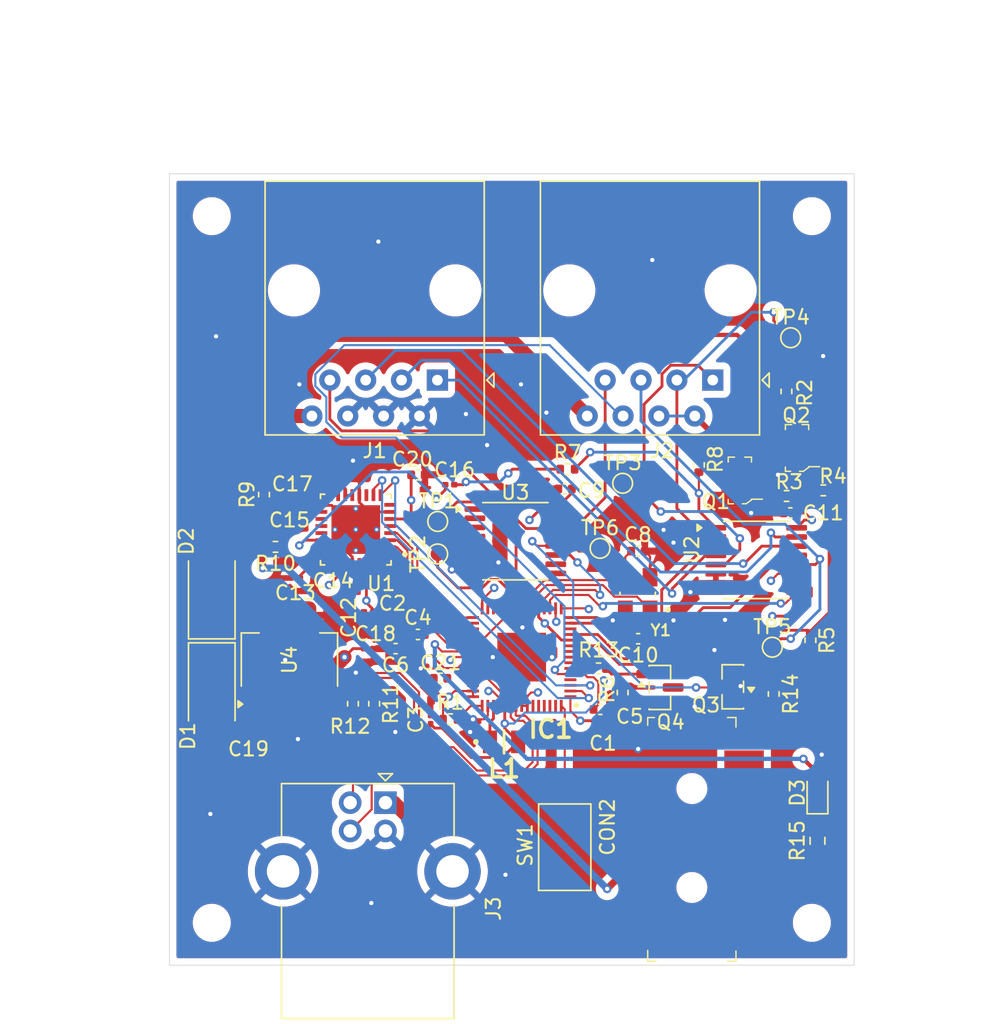
<source format=kicad_pcb>
(kicad_pcb (version 20241229) (generator "pcbnew") (generator_version "9.0")
  (layers (0 "F.Cu" signal) (4 "In1.Cu" signal) (6 "In2.Cu" signal) (2 "B.Cu" signal) (13 "F.Paste" user) (15 "B.Paste" user) (5 "F.SilkS" user "F.Silkscreen") (7 "B.SilkS" user "B.Silkscreen") (1 "F.Mask" user) (3 "B.Mask" user) (25 "Edge.Cuts" user))
  (net 0 "")
  (net 1 "+3V3")
  (net 2 "GND")
  (net 3 "/DVDD")
  (net 4 "/XOUT")
  (net 5 "/XIN")
  (net 6 "Net-(U1-AVDD)")
  (net 7 "Net-(U1-DVDD)")
  (net 8 "Net-(U1-REF)")
  (net 9 "/LOL")
  (net 10 "Net-(C16-Pad2)")
  (net 11 "Net-(C17-Pad2)")
  (net 12 "/IN_AUDIO")
  (net 13 "+5V")
  (net 14 "/PWR")
  (net 15 "+8V")
  (net 16 "/MCLK")
  (net 17 "/USB_D+")
  (net 19 "Net-(IC1-VREG_LX)")
  (net 22 "/SCL")
  (net 23 "/QSPI_SS")
  (net 24 "/MCU_DN")
  (net 25 "/SDA")
  (net 27 "/S4")
  (net 28 "Net-(IC1-VREG_AVDD)")
  (net 30 "Net-(Q4-B)")
  (net 31 "Net-(IC1-SWCLK)")
  (net 32 "/USB_D-")
  (net 34 "/S3")
  (net 35 "/DOUT")
  (net 36 "/MCU_UP")
  (net 38 "/S2")
  (net 41 "/PTT_MCU")
  (net 43 "/DATA_MCU")
  (net 44 "/DIN")
  (net 45 "/WCLK")
  (net 47 "/S1")
  (net 51 "Net-(IC1-SWDIO)")
  (net 54 "/BCLK")
  (net 55 "/PTT_RADIO")
  (net 56 "/MIC_UD_RADIO")
  (net 57 "/MIC_RADIO")
  (net 58 "/DATA_RADIO")
  (net 59 "/PTT_H")
  (net 60 "/H_GND")
  (net 61 "/MIC_H")
  (net 62 "/MIC_UD_H")
  (net 63 "/DATA_H")
  (net 64 "/M8V_SW_H")
  (net 65 "Net-(J3-D+)")
  (net 66 "Net-(J3-D-)")
  (net 67 "Net-(Q1-G)")
  (net 68 "Net-(Q2-D)")
  (net 69 "Net-(Q2-G)")
  (net 70 "Net-(Q4-E)")
  (net 71 "/8V_CTRL")
  (net 72 "/MIC_MCU")
  (net 73 "/MIC_UD_MCU")
  (net 86 "/RESET")
  (net 94 "Net-(CON2-R)")
  (net 95 "Net-(Q3-B)")
  (net 96 "Net-(D3-K)")
  (net 97 "/LED")
  (footprint "Capacitor_SMD:C_0201_0603Metric" (layer "F.Cu") (at 18.2 51.4)
    (property "Reference" "C19")
    (property "Value" "1uF")
  )
  (footprint "Capacitor_SMD:C_0201_0603Metric" (layer "F.Cu") (at 25 41.6)
    (property "Reference" "C14")
    (property "Value" "4.7uF")
  )
  (footprint "Connector_RJ:RJ45_Amphenol_54602-x08_Horizontal" (layer "F.Cu") (at 50.48 26.6 180)
    (property "Reference" "J2")
    (property "Value" "RJ45")
  )
  (footprint "Capacitor_SMD:C_0402_1005Metric" (layer "F.Cu") (at 40.02 34.3)
    (property "Reference" "C9")
    (property "Value" "0.1uF")
  )
  (footprint "Package_SO:TSSOP-16_4.4x5mm_P0.65mm" (layer "F.Cu") (at 36.5 38)
    (property "Reference" "U3")
    (property "Value" "CD4053B")
  )
  (footprint "MountingHole:MountingHole_2.2mm_M2_ISO14580" (layer "F.Cu") (at 15 15)
    (property "Reference" "REF**" (hide yes))
    (property "Value" "MountingHole_2.2mm_M2_ISO14580")
  )
  (footprint "TestPoint:TestPoint_Pad_D1.0mm" (layer "F.Cu") (at 44.1 33.9)
    (property "Reference" "TP3")
    (property "Value" "TestPoint")
  )
  (footprint "Capacitor_SMD:C_0201_0603Metric" (layer "F.Cu") (at 28.2 43.755 90)
    (property "Reference" "C2")
    (property "Value" "4.7uF")
  )
  (footprint "Capacitor_SMD:C_0402_1005Metric" (layer "F.Cu") (at 28.02 45.6 180)
    (property "Reference" "C6")
    (property "Value" "0.1uF")
  )
  (footprint "Capacitor_SMD:C_0201_0603Metric" (layer "F.Cu") (at 42.7 51.2)
    (property "Reference" "C1")
    (property "Value" "4.7uF")
  )
  (footprint "Resistor_SMD:R_0402_1005Metric" (layer "F.Cu") (at 18.7 34.7 -90)
    (property "Reference" "R9")
    (property "Value" "10k")
  )
  (footprint "MountingHole:MountingHole_2.2mm_M2_ISO14580" (layer "F.Cu") (at 57.5 15)
    (property "Reference" "REF**" (hide yes))
    (property "Value" "MountingHole_2.2mm_M2_ISO14580")
  )
  (footprint "Resistor_SMD:R_0402_1005Metric" (layer "F.Cu") (at 54.8 48.81 90)
    (property "Reference" "R14")
    (property "Value" "10k")
  )
  (footprint "Resistor_SMD:R_0402_1005Metric" (layer "F.Cu") (at 44.1 48.71 90)
    (property "Reference" "R6")
    (property "Value" "470")
  )
  (footprint "Resistor_SMD:R_0402_1005Metric" (layer "F.Cu") (at 19.51 38.4 180)
    (property "Reference" "R10")
    (property "Value" "1k")
  )
  (footprint "digikey-footprints:Switch_Slide_11.6x4mm_SJ-3523-SMT" (layer "F.Cu") (at 49 61.6 90)
    (property "Reference" "CON2")
    (property "Value" "SJ-3523-SMT-TR")
  )
  (footprint "Capacitor_SMD:C_0201_0603Metric" (layer "F.Cu") (at 31.855 34)
    (property "Reference" "C16")
    (property "Value" "4.7uF")
  )
  (footprint "TestPoint:TestPoint_Pad_D1.0mm" (layer "F.Cu") (at 31 38.9)
    (property "Reference" "TP2")
    (property "Value" "TestPoint")
  )
  (footprint "Package_SO:TSSOP-16_4.4x5mm_P0.65mm" (layer "F.Cu") (at 53.5625 39.325)
    (property "Reference" "U2")
    (property "Value" "CD4053B")
  )
  (footprint "Diode_SMD:D_SMA" (layer "F.Cu") (at 15 48.7 -90)
    (property "Reference" "D1")
    (property "Value" "SS14")
  )
  (footprint "Resistor_SMD:R_0603_1608Metric" (layer "F.Cu") (at 57.9 59.2 90)
    (property "Reference" "R15")
    (property "Value" "220")
  )
  (footprint "Capacitor_SMD:C_0402_1005Metric" (layer "F.Cu") (at 55.98 36 180)
    (property "Reference" "C11")
    (property "Value" "0.1uF")
  )
  (footprint "Resistor_SMD:R_0402_1005Metric" (layer "F.Cu") (at 55.7 27.4 90)
    (property "Reference" "R2")
    (property "Value" "10k")
  )
  (footprint "Capacitor_SMD:C_0201_0603Metric" (layer "F.Cu") (at 20.92 40.6 180)
    (property "Reference" "C13")
    (property "Value" "4.7uF")
  )
  (footprint "Package_TO_SOT_SMD:SOT-223-3_TabPin2" (layer "F.Cu") (at 20.5 46.4 90)
    (property "Reference" "U4")
    (property "Value" "MCP1703Ax-330xxDB")
  )
  (footprint "MountingHole:MountingHole_2.2mm_M2_ISO14580" (layer "F.Cu") (at 57.5 65)
    (property "Reference" "REF**" (hide yes))
    (property "Value" "MountingHole_2.2mm_M2_ISO14580")
  )
  (footprint "TestPoint:TestPoint_Pad_D1.0mm" (layer "F.Cu") (at 54.7 45.5)
    (property "Reference" "TP5")
    (property "Value" "TestPoint")
  )
  (footprint "Capacitor_SMD:C_0402_1005Metric" (layer "F.Cu") (at 29.6 44.6 180)
    (property "Reference" "C4")
    (property "Value" "0.1uF")
  )
  (footprint "Connector_RJ:RJ45_Amphenol_54602-x08_Horizontal" (layer "F.Cu") (at 30.98 26.6 180)
    (property "Reference" "J1")
    (property "Value" "RJ45")
  )
  (footprint "KiCadpretty:QFN40P700X700X90-61N-D" (layer "F.Cu") (at 36.95 46.2 180)
    (property "Reference" "IC1")
    (property "Value" "RP2354" (hide yes))
  )
  (footprint "Resistor_SMD:R_0402_1005Metric" (layer "F.Cu") (at 42.4 47 180)
    (property "Reference" "R13")
    (property "Value" "10k")
  )
  (footprint "Package_TO_SOT_SMD:SOT-23" (layer "F.Cu") (at 51.9 48.3 180)
    (property "Reference" "Q3")
    (property "Value" "MMBT3904")
  )
  (footprint "Resistor_SMD:R_0402_1005Metric" (layer "F.Cu") (at 57.4 45.01 -90)
    (property "Reference" "R5")
    (property "Value" "10k")
  )
  (footprint "Button_Switch_SMD:SW_SPST_CK_RS282G05A3" (layer "F.Cu") (at 40 59.65 -90)
    (property "Reference" "SW1")
    (property "Value" "SW_SPST")
  )
  (footprint "Resistor_SMD:R_0402_1005Metric" (layer "F.Cu") (at 25 49.5 -90)
    (property "Reference" "R12")
    (property "Value" "22")
  )
  (footprint "Resistor_SMD:R_0402_1005Metric" (layer "F.Cu") (at 40.19 32.9)
    (property "Reference" "R7")
    (property "Value" "10k")
  )
  (footprint "Diode_SMD:D_SMA" (layer "F.Cu") (at 15 41.4 90)
    (property "Reference" "D2")
    (property "Value" "SS14")
  )
  (footprint "Resistor_SMD:R_0402_1005Metric" (layer "F.Cu") (at 31.89 50.6 180)
    (property "Reference" "R1")
    (property "Value" "33")
  )
  (footprint "KiCadpretty:QFN50P500X500X100-33N" (layer "F.Cu") (at 25.2 37.175 180)
    (property "Reference" "U1")
    (property "Value" "TLV320AIC3204IRHBR")
  )
  (footprint "Capacitor_SMD:C_0402_1005Metric" (layer "F.Cu") (at 31.2 47.7)
    (property "Reference" "C21")
    (property "Value" "0.1uF")
  )
  (footprint "Capacitor_SMD:C_0201_0603Metric" (layer "F.Cu") (at 20.48 35.5)
    (property "Reference" "C15")
    (property "Value" "4.7uF")
  )
  (footprint "Connector_USB:USB_B_Lumberg_2411_02_Horizontal" (layer "F.Cu") (at 27.3 56.5 -90)
    (property "Reference" "J3")
    (property "Value" "USB_B")
  )
  (footprint "Resistor_SMD:R_0402_1005Metric" (layer "F.Cu") (at 26.5 49.5 -90)
    (property "Reference" "R11")
    (property "Value" "22")
  )
  (footprint "Capacitor_SMD:C_0201_0603Metric" (layer "F.Cu") (at 30.5 50.62 90)
    (property "Reference" "C3")
    (property "Value" "4.7uF")
  )
  (footprint "TestPoint:TestPoint_Pad_D1.0mm" (layer "F.Cu") (at 56 23.6)
    (property "Reference" "TP4")
    (property "Value" "TestPoint")
  )
  (footprint "Resistor_SMD:R_0402_1005Metric" (layer "F.Cu") (at 58.31 34.4 180)
    (property "Reference" "R4")
    (property "Value" "1k")
  )
  (footprint "TestPoint:TestPoint_Pad_D1.0mm" (layer "F.Cu") (at 31 36.6)
    (property "Reference" "TP1")
    (property "Value" "TestPoint")
  )
  (footprint "footprints:XTAL_ABM8-272-T3" (layer "F.Cu") (at 45.165 41.7 180)
    (property "Reference" "Y1")
    (property "Value" "ABM8-272-T3")
  )
  (footprint "MountingHole:MountingHole_2.2mm_M2_ISO14580" (layer "F.Cu") (at 15 65)
    (property "Reference" "REF**" (hide yes))
    (property "Value" "MountingHole_2.2mm_M2_ISO14580")
  )
  (footprint "Resistor_SMD:R_0402_1005Metric" (layer "F.Cu") (at 55.71 34.8 180)
    (property "Reference" "R3")
    (property "Value" "1k")
  )
  (footprint "Capacitor_SMD:C_0402_1005Metric" (layer "F.Cu") (at 29.6 33.3)
    (property "Reference" "C20")
    (property "Value" "0.1uF")
  )
  (footprint "Capacitor_SMD:C_0201_0603Metric" (layer "F.Cu") (at 20.4 32.9 180)
    (property "Reference" "C17")
    (property "Value" "4.7uF")
  )
  (footprint "Capacitor_SMD:C_0201_0603Metric" (layer "F.Cu") (at 26.1 43 180)
    (property "Reference" "C12")
    (property "Value" "4.7uF")
  )
  (footprint "Resistor_SMD:R_0402_1005Metric" (layer "F.Cu") (at 49.5 32.6 -90)
    (property "Reference" "R8")
    (property "Value" "1k")
  )
  (footprint "footprints:AOTAB201610S3R3101T" (layer "F.Cu") (at 35.7 52.2)
    (property "Reference" "L1")
    (property "Value" "3.3uH" (hide yes))
  )
  (footprint "Capacitor_SMD:C_0402_1005Metric" (layer "F.Cu") (at 45.18 38.7)
    (property "Reference" "C8")
    (property "Value" "10pF")
  )
  (footprint "digikey-footprints:SOT-23-3" (layer "F.Cu") (at 52.4 33.7 180)
    (property "Reference" "Q1")
    (property "Value" "AO3401A")
  )
  (footprint "Capacitor_SMD:C_0402_1005Metric" (layer "F.Cu") (at 42.52 49.9)
    (property "Reference" "C5")
    (property "Value" "0.1uF")
  )
  (footprint "Capacitor_SMD:C_0402_1005Metric" (layer "F.Cu") (at 45.2 44.9 180)
    (property "Reference" "C10")
    (property "Value" "10pF")
  )
  (footprint "digikey-footprints:SOT-23-3" (layer "F.Cu") (at 56.45 31.4 180)
    (property "Reference" "Q2")
    (property "Value" "2N7002")
  )
  (footprint "Package_TO_SOT_SMD:SOT-23" (layer "F.Cu") (at 46.7375 48.35)
    (property "Reference" "Q4")
    (property "Value" "MMBT3904")
  )
  (footprint "LED_SMD:LED_0603_1608Metric" (layer "F.Cu") (at 57.9 55.8 90)
    (property "Reference" "D3")
    (property "Value" "LED")
  )
  (footprint "TestPoint:TestPoint_Pad_D1.0mm" (layer "F.Cu") (at 42.5 38.5)
    (property "Reference" "TP6")
    (property "Value" "TestPoint")
  )
  (footprint "Capacitor_SMD:C_0201_0603Metric" (layer "F.Cu") (at 26.12 45.6)
    (property "Reference" "C18")
    (property "Value" "1uF")
  )
  (gr_rect (start 12 12) (end 60.5 68) (stroke (width 0.05)) (fill no) (layer "Edge.Cuts"))
  (segment (start 25.8 45.6) (end 25 45.6) (width 0.2) (layer "F.Cu") (net 1))
  (segment (start 41.1 50.7) (end 41.88 50.7) (width 0.2) (layer "F.Cu") (net 1))
  (segment (start 56.975 36.5) (end 57.5 36.5) (width 0.2) (layer "F.Cu") (net 1))
  (segment (start 40.4 49) (end 40.4 50) (width 0.15) (layer "F.Cu") (net 1))
  (segment (start 41.88 50.7) (end 42.38 51.2) (width 0.2) (layer "F.Cu") (net 1))
  (segment (start 40.4 45) (end 39.775 45) (width 0.2) (layer "F.Cu") (net 1))
  (segment (start 40.4 50) (end 41.1 50.7) (width 0.15) (layer "F.Cu") (net 1))
  (segment (start 38.5875 43.8125) (end 38.15 43.375) (width 0.2) (layer "F.Cu") (net 1))
  (segment (start 35.326 49.045388) (end 34.880612 48.6) (width 0.15) (layer "F.Cu") (net 1))
  (segment (start 29.12 36.1471) (end 29.12 35.1) (width 0.2) (layer "F.Cu") (net 1))
  (segment (start 31.38 49.42) (end 31.8 49) (width 0.15) (layer "F.Cu") (net 1))
  (segment (start 33.5 48.6) (end 32.2 48.6) (width 0.15) (layer "F.Cu") (net 1))
  (segment (start 37.35 48.973) (end 37.623 48.7) (width 0.15) (layer "F.Cu") (net 1))
  (segment (start 36.95 49.65) (end 37.35 49.65) (width 0.15) (layer "F.Cu") (net 1))
  (segment (start 39.3625 35.725) (end 38.275 35.725) (width 0.2) (layer "F.Cu") (net 1))
  (segment (start 31.8 49) (end 31.3 49) (width 0.15) (layer "F.Cu") (net 1))
  (segment (start 37.35 49.65) (end 37.35 48.973) (width 0.15) (layer "F.Cu") (net 1))
  (segment (start 39.775 45) (end 38.5875 43.8125) (width 0.2) (layer "F.Cu") (net 1))
  (segment (start 27.635 36.425) (end 28.8421 36.425) (width 0.2) (layer "F.Cu") (net 1))
  (segment (start 40.5 34.3) (end 40.5 34.5875) (width 0.2) (layer "F.Cu") (net 1))
  (segment (start 31.3 49) (end 30.72 48.42) (width 0.15) (layer "F.Cu") (net 1))
  (segment (start 26.42 43) (end 26.42 42.82) (width 0.2) (layer "F.Cu") (net 1))
  (segment (start 37.623 48.7) (end 38.1 48.7) (width 0.15) (layer "F.Cu") (net 1))
  (segment (start 56.425 37.05) (end 56.975 36.5) (width 0.2) (layer "F.Cu") (net 1))
  (segment (start 25.95 42.35) (end 25.95 42.2) (width 0.2) (layer "F.Cu") (net 1))
  (segment (start 25 45.6) (end 24.4 46.2) (width 0.2) (layer "F.Cu") (net 1))
  (segment (start 23.95 39.61) (end 23.95 40.45) (width 0.2) (layer "F.Cu") (net 1))
  (segment (start 31.38 50.6) (end 31.38 49.42) (width 0.15) (layer "F.Cu") (net 1))
  (segment (start 38.275 35.725) (end 37.5 36.5) (width 0.2) (layer "F.Cu") (net 1))
  (segment (start 22.8 49.55) (end 22.8 47.8) (width 1) (layer "F.Cu") (net 1))
  (segment (start 35.35 49.65) (end 35.35 49.069388) (width 0.15) (layer "F.Cu") (net 1))
  (segment (start 40.5 34.5875) (end 39.3625 35.725) (width 0.2) (layer "F.Cu") (net 1))
  (segment (start 30.72 48.42) (end 30.72 47.7) (width 0.15) (layer "F.Cu") (net 1))
  (segment (start 38.15 43.375) (end 38.15 42.75) (width 0.2) (layer "F.Cu") (net 1))
  (segment (start 32.2 48.6) (end 31.8 49) (width 0.15) (layer "F.Cu") (net 1))
  (segment (start 34.15 42.15) (end 35 41.3) (width 0.15) (layer "F.Cu") (net 1))
  (segment (start 35.35 49.069388) (end 35.326 49.045388) (width 0.15) (layer "F.Cu") (net 1))
  (segment (start 56.46 36) (end 57 36) (width 0.2) (layer "F.Cu") (net 1))
  (segment (start 22.8 47.8) (end 24.4 46.2) (width 1) (layer "F.Cu") (net 1))
  (segment (start 57 36) (end 57.5 36.5) (width 0.2) (layer "F.Cu") (net 1))
  (segment (start 29.12 35.1) (end 29.12 33.3) (width 0.2) (layer "F.Cu") (net 1))
  (segment (start 33.5 48.6) (end 33.5 49) (width 0.15) (layer "F.Cu") (net 1))
  (segment (start 34.15 42.75) (end 34.15 42.15) (width 0.15) (layer "F.Cu") (net 1))
  (segment (start 33.5 46.2) (end 32.1 46.2) (width 0.15) (layer "F.Cu") (net 1))
  (segment (start 26.42 42.82) (end 25.95 42.35) (width 0.2) (layer "F.Cu") (net 1))
  (segment (start 34.880612 48.6) (end 34.6 48.6) (width 0.15) (layer "F.Cu") (net 1))
  (segment (start 27.765 43) (end 28.2 43.435) (width 0.2) (layer "F.Cu") (net 1))
  (segment (start 32.1 46.2) (end 31.9 46.4) (width 0.15) (layer "F.Cu") (net 1))
  (segment (start 25.95 42.2) (end 25.95 39.61) (width 0.2) (layer "F.Cu") (net 1))
  (segment (start 28.8421 36.425) (end 29.12 36.1471) (width 0.2) (layer "F.Cu") (net 1))
  (segment (start 23.95 40.45) (end 23.4 41) (width 0.2) (layer "F.Cu") (net 1))
  (segment (start 26.42 43) (end 27.765 43) (width 0.2) (layer "F.Cu") (net 1))
  (via (at 38.1 48.7) (size 0.6) (drill 0.3) (layers "F.Cu" "B.Cu") (net 1))
  (via (at 23.3 41.1) (size 0.6) (drill 0.3) (layers "F.Cu" "B.Cu") (net 1))
  (via (at 24.4 46.2) (size 0.6) (drill 0.3) (layers "F.Cu" "B.Cu") (net 1))
  (via (at 57.5 36.5) (size 0.6) (drill 0.3) (layers "F.Cu" "B.Cu") (net 1))
  (via (at 25.95 42.2) (size 0.6) (drill 0.3) (layers "F.Cu" "B.Cu") (net 1))
  (via (at 34.6 48.6) (size 0.6) (drill 0.3) (layers "F.Cu" "B.Cu") (net 1))
  (via (at 31.8 49) (size 0.6) (drill 0.3) (layers "F.Cu" "B.Cu") (net 1))
  (via (at 41.1 50.7) (size 0.6) (drill 0.3) (layers "F.Cu" "B.Cu") (net 1))
  (via (at 29.12 35.1) (size 0.6) (drill 0.3) (layers "F.Cu" "B.Cu") (net 1))
  (via (at 35 41.3) (size 0.6) (drill 0.3) (layers "F.Cu" "B.Cu") (net 1))
  (via (at 37.5 36.5) (size 0.6) (drill 0.3) (layers "F.Cu" "B.Cu") (net 1))
  (via (at 38.5875 43.8125) (size 0.6) (drill 0.3) (layers "F.Cu" "B.Cu") (net 1))
  (via (at 31.9 46.4) (size 0.6) (drill 0.3) (layers "F.Cu" "B.Cu") (net 1))
  (segment (start 33.6375 39.625) (end 32.375 39.625) (width 0.2) (layer "F.Cu") (net 2))
  (segment (start 31.68 47.7) (end 30.98 47) (width 0.15) (layer "F.Cu") (net 2))
  (segment (start 46.04 39.76) (end 47.7 38.1) (width 0.2) (layer "F.Cu") (net 2))
  (segment (start 29.8 48.306124) (end 29.8 47) (width 0.15) (layer "F.Cu") (net 2))
  (segment (start 26.45 35.925) (end 25.55426 36.82074) (width 0.2) (layer "F.Cu") (net 2))
  (segment (start 24.699 38.857521) (end 24.699 37.675999) (width 0.2) (layer "F.Cu") (net 2))
  (segment (start 43 51.18) (end 43.02 51.2) (width 0.15) (layer "F.Cu") (net 2))
  (segment (start 52.45 48.25) (end 51.2 49.5) (width 0.2) (layer "F.Cu") (net 2))
  (segment (start 28.2 44.075) (end 28.2 44.94) (width 0.15) (layer "F.Cu") (net 2))
  (segment (start 25.701 36.674001) (end 25.554261 36.82074) (width 0.2) (layer "F.Cu") (net 2))
  (segment (start 24.95 40.65) (end 24.85 40.75) (width 0.15) (layer "F.Cu") (net 2))
  (segment (start 43 49.9) (end 43 51.18) (width 0.15) (layer "F.Cu") (net 2))
  (segment (start 25.701 35.492479) (end 25.701 36.674001) (width 0.2) (layer "F.Cu") (net 2))
  (segment (start 46.04 39.08) (end 45.66 38.7) (width 0.15) (layer "F.Cu") (net 2))
  (segment (start 43.4 43.6) (end 43.54 43.6) (width 0.2) (layer "F.Cu") (net 2))
  (segment (start 27.635 35.925) (end 26.45 35.925) (width 0.2) (layer "F.Cu") (net 2))
  (segment (start 20.16 35.5) (end 20.16 38.26) (width 0.2) (layer "F.Cu") (net 2))
  (segment (start 25.45 34.74) (end 25.45 33.75) (width 0.2) (layer "F.Cu") (net 2))
  (segment (start 25.45 33.75) (end 25.4 33.7) (width 0.2) (layer "F.Cu") (net 2))
  (segment (start 46.04 40.55) (end 46.04 39.08) (width 0.15) (layer "F.Cu") (net 2))
  (segment (start 20.16 38.26) (end 20.02 38.4) (width 0.2) (layer "F.Cu") (net 2))
  (segment (start 24.699 37.675999) (end 24.845739 37.52926) (width 0.2) (layer "F.Cu") (net 2))
  (segment (start 34.55 50.327) (end 34.277 50.6) (width 0.15) (layer "F.Cu") (net 2))
  (segment (start 24.85 40.75) (end 24.68 40.92) (width 0.15) (layer "F.Cu") (net 2))
  (segment (start 30.5 50.3) (end 30.5 49.006124) (width 0.15) (layer "F.Cu") (net 2))
  (segment (start 24.95 39.61) (end 24.95 39.108521) (width 0.2) (layer "F.Cu") (net 2))
  (segment (start 28.2 44.94) (end 27.54 45.6) (width 0.15) (layer "F.Cu") (net 2))
  (segment (start 23.486 35.461) (end 24.84574 36.82074) (width 0.2) (layer "F.Cu") (net 2))
  (segment (start 24.95 39.61) (end 24.95 40.65) (width 0.2) (layer "F.Cu") (net 2))
  (segment (start 52.8375 47.35) (end 52.8375 47.8625) (width 0.2) (layer "F.Cu") (net 2))
  (segment (start 44.1 48.2) (end 43 49.3) (width 0.15) (layer "F.Cu") (net 2))
  (segment (start 30.98 47) (end 29.8 47) (width 0.15) (layer "F.Cu") (net 2))
  (segment (start 46.04 40.55) (end 46.04 39.76) (width 0.2) (layer "F.Cu") (net 2))
  (segment (start 51.2 49.5) (end 50.9 49.5) (width 0.2) (layer "F.Cu") (net 2))
  (segment (start 33.6375 40.275) (end 33.6375 39.625) (width 0.2) (layer "F.Cu") (net 2))
  (segment (start 22.801 35.461) (end 23.486 35.461) (width 0.2) (layer "F.Cu") (net 2))
  (segment (start 44.29 42.85) (end 44.29 44.47) (width 0.15) (layer "F.Cu") (net 2))
  (segment (start 28.725 44.6) (end 28.2 44.075) (width 0.15) (layer "F.Cu") (net 2))
  (segment (start 34.277 50.6) (end 33.5 50.6) (width 0.15) (layer "F.Cu") (net 2))
  (segment (start 44.29 44.47) (end 44.72 44.9) (width 0.15) (layer "F.Cu") (net 2))
  (segment (start 25.45 34.74) (end 25.45 35.241479) (width 0.2) (layer "F.Cu") (net 2))
  (segment (start 52.8375 47.8625) (end 52.45 48.25) (width 0.2) (layer "F.Cu") (net 2))
  (segment (start 22.765 35.425) (end 22.801 35.461) (width 0.2) (layer "F.Cu") (net 2))
  (segment (start 32.375 39.625) (end 32 40) (width 0.2) (layer "F.Cu") (net 2))
  (segment (start 33.6375 39.625) (end 33.6375 38.975) (width 0.2) (layer "F.Cu") (net 2))
  (segment (start 24.95 39.108521) (end 24.699 38.857521) (width 0.2) (layer "F.Cu") (net 2))
  (segment (start 43 49.3) (end 43 49.9) (width 0.15) (layer "F.Cu") (net 2))
  (segment (start 43.54 43.6) (end 44.29 42.85) (width 0.2) (layer "F.Cu") (net 2))
  (segment (start 34.55 49.65) (end 34.55 50.327) (width 0.15) (layer "F.Cu") (net 2))
  (segment (start 30.5 49.006124) (end 29.8 48.306124) (width 0.15) (layer "F.Cu") (net 2))
  (segment (start 29.12 44.6) (end 28.725 44.6) (width 0.15) (layer "F.Cu") (net 2))
  (segment (start 25.45 35.241479) (end 25.701 35.492479) (width 0.2) (layer "F.Cu") (net 2))
  (segment (start 24.68 40.92) (end 24.68 41.6) (width 0.15) (layer "F.Cu") (net 2))
  (via (at 53.2 36) (size 0.6) (drill 0.3) (layers "F.Cu" "B.Cu") (net 2))
  (via (at 21.1 52) (size 0.6) (drill 0.3) (layers "F.Cu" "B.Cu") (net 2))
  (via (at 34.5 31.2) (size 0.6) (drill 0.3) (layers "F.Cu" "B.Cu") (net 2))
  (via (at 33.5 50.6) (size 0.6) (drill 0.3) (layers "F.Cu" "B.Cu") (net 2))
  (via (at 25.2 47.3) (size 0.6) (drill 0.3) (layers "F.Cu" "B.Cu") (net 2))
  (via (at 55.1 33.3) (size 0.6) (drill 0.3) (layers "F.Cu" "B.Cu") (net 2))
  (via (at 52.45 48.25) (size 0.6) (drill 0.3) (layers "F.Cu" "B.Cu") (net 2))
  (via (at 26.3 63.6) (size 0.6) (drill 0.3) (layers "F.Cu" "B.Cu") (net 2))
  (via (at 47.7 38.1) (size 0.6) (drill 0.3) (layers "F.Cu" "B.Cu") (net 2))
  (via (at 50.6 45.7) (size 0.6) (drill 0.3) (layers "F.Cu" "B.Cu") (net 2))
  (via (at 25 32.3) (size 0.6) (drill 0.3) (layers "F.Cu" "B.Cu") (net 2))
  (via (at 48.9 41.6) (size 0.6) (drill 0.3) (layers "F.Cu" "B.Cu") (net 2))
  (via (at 14.9 57.3) (size 0.6) (drill 0.3) (layers "F.Cu" "B.Cu") (net 2))
  (via (at 46.2 18.1) (size 0.6) (drill 0.3) (layers "F.Cu" "B.Cu") (net 2))
  (via (at 43.4 43.6) (size 0.6) (drill 0.3) (layers "F.Cu" "B.Cu") (net 2))
  (via (at 20.2 46.4) (size 0.6) (drill 0.3) (layers "F.Cu" "B.Cu") (net 2))
  (via (at 33.3 51.5) (size 0.6) (drill 0.3) (layers "F.Cu" "B.Cu") (net 2))
  (via (at 45.2 52.7) (size 0.6) (drill 0.3) (layers "F.Cu" "B.Cu") (net 2))
  (via (at 32 40) (size 0.6) (drill 0.3) (layers "F.Cu" "B.Cu") (net 2))
  (via (at 24.85 40.75) (size 0.6) (drill 0.3) (layers "F.Cu" "B.Cu") (net 2))
  (via (at 26.8 16.8) (size 0.6) (drill 0.3) (layers "F.Cu" "B.Cu") (net 2))
  (via (at 38.7 28.9) (size 0.6) (drill 0.3) (layers "F.Cu" "B.Cu") (net 2))
  (via (at 58.3 24.9) (size 0.6) (drill 0.3) (layers "F.Cu" "B.Cu") (net 2))
  (via (at 58.2 53.1) (size 0.6) (drill 0.3) (layers "F.Cu" "B.Cu") (net 2))
  (via (at 35.3 39.5) (size 0.6) (drill 0.3) (layers "F.Cu" "B.Cu") (net 2))
  (via (at 35.8 61.6) (size 0.6) (drill 0.3) (layers "F.Cu" "B.Cu") (net 2))
  (via (at 36.9 26.9) (size 0.6) (drill 0.3) (layers "F.Cu" "B.Cu") (net 2))
  (via (at 34.9 46.2) (size 0.6) (drill 0.3) (layers "F.Cu" "B.Cu") (net 2))
  (via (at 49.2 49.7) (size 0.6) (drill 0.3) (layers "F.Cu" "B.Cu") (net 2))
  (via (at 21.2 26.9) (size 0.6) (drill 0.3) (layers "F.Cu" "B.Cu") (net 2))
  (via (at 28 51.5) (size 0.6) (drill 0.3) (layers "F.Cu" "B.Cu") (net 2))
  (via (at 37 44.1) (size 0.6) (drill 0.3) (layers "F.Cu" "B.Cu") (net 2))
  (via (at 47.7 43.6) (size 0.6) (drill 0.3) (layers "F.Cu" "B.Cu") (net 2))
  (via (at 15.3 23.5) (size 0.6) (drill 0.3) (layers "F.Cu" "B.Cu") (net 2))
  (via (at 39.1 46.2) (size 0.6) (drill 0.3) (layers "F.Cu" "B.Cu") (net 2))
  (via (at 29.8 47) (size 0.6) (drill 0.3) (layers "F.Cu" "B.Cu") (net 2))
  (via (at 47 37.2) (size 0.6) (drill 0.3) (layers "F.Cu" "B.Cu") (net 2))
  (via (at 33 29) (size 0.6) (drill 0.3) (layers "F.Cu" "B.Cu") (net 2))
  (via (at 51.350327 43.562108) (size 0.6) (drill 0.3) (layers "F.Cu" "B.Cu") (net 2))
  (segment (start 34.201 46.576) (end 34.177 46.6) (width 0.15) (layer "F.Cu") (net 3))
  (segment (start 28.5 45.6) (end 28.976 46.076) (width 0.15) (layer "F.Cu") (net 3))
  (segment (start 28.976 46.076) (end 30.146484 46.076) (width 0.15) (layer "F.Cu") (net 3))
  (segment (start 31.462 46.976) (end 32.424 46.976) (width 0.15) (layer "F.Cu") (net 3))
  (segment (start 42.638588 47.961412) (end 42.75 47.85) (width 0.15) (layer "F.Cu") (net 3))
  (segment (start 36.7 52.2) (end 35.75 51.25) (width 0.2) (layer "F.Cu") (net 3))
  (segment (start 30.08 44.6) (end 29.929 44.751) (width 0.15) (layer "F.Cu") (net 3))
  (segment (start 40.4 47) (end 40.985016 47) (width 0.15) (layer "F.Cu") (net 3))
  (segment (start 33.380232 53.301) (end 31.300232 51.221) (width 0.2) (layer "F.Cu") (net 3))
  (segment (start 34.238588 47.424) (end 34.201 47.424) (width 0.15) (layer "F.Cu") (net 3))
  (segment (start 35.75 50.9) (end 35.75 49.65) (width 0.2) (layer "F.Cu") (net 3))
  (segment (start 40.985016 47) (end 41.609016 47.624) (width 0.15) (layer "F.Cu") (net 3))
  (segment (start 36.95 43.427) (end 36.926 43.451) (width 0.15) (layer "F.Cu") (net 3))
  (segment (start 42.376 47.961412) (end 42.638588 47.961412) (width 0.15) (layer "F.Cu") (net 3))
  (segment (start 42.75 47.85) (end 42.8 47.8) (width 0.15) (layer "F.Cu") (net 3))
  (segment (start 32.424 46.976) (end 32.8 46.6) (width 0.15) (layer "F.Cu") (net 3))
  (segment (start 31.300232 51.221) (end 30.781 51.221) (width 0.2) (layer "F.Cu") (net 3))
  (segment (start 34.201 47.424) (end 34.201 46.624) (width 0.15) (layer "F.Cu") (net 3))
  (segment (start 34.201 46.624) (end 34.177 46.6) (width 0.15) (layer "F.Cu") (net 3))
  (segment (start 30.146484 46.076) (end 30.562 46.076) (width 0.15) (layer "F.Cu") (net 3))
  (segment (start 35.75 51.25) (end 35.75 50.9) (width 0.2) (layer "F.Cu") (net 3))
  (segment (start 29.929 45.858516) (end 30.146484 46.076) (width 0.15) (layer "F.Cu") (net 3))
  (segment (start 36.7 52.2) (end 35.599 53.301) (width 0.2) (layer "F.Cu") (net 3))
  (segment (start 35.75 48.935412) (end 34.238588 47.424) (width 0.15) (layer "F.Cu") (net 3))
  (segment (start 41.609016 47.624) (end 42.038588 47.624) (width 0.15) (layer "F.Cu") (net 3))
  (segment (start 30.562 46.076) (end 31.462 46.976) (width 0.15) (layer "F.Cu") (net 3))
  (segment (start 35.697 43.451) (end 34.201 44.947) (width 0.15) (layer "F.Cu") (net 3))
  (segment (start 32.8 46.6) (end 33.5 46.6) (width 0.15) (layer "F.Cu") (net 3))
  (segment (start 35.599 53.301) (end 33.380232 53.301) (width 0.2) (layer "F.Cu") (net 3))
  (segment (start 42.376 47.961412) (end 42.376 49.564) (width 0.15) (layer "F.Cu") (net 3))
  (segment (start 35.75 49.65) (end 35.75 48.935412) (width 0.15) (layer "F.Cu") (net 3))
  (segment (start 42.038588 47.624) (end 42.376 47.961412) (width 0.15) (layer "F.Cu") (net 3))
  (segment (start 36.926 43.451) (end 35.697 43.451) (width 0.15) (layer "F.Cu") (net 3))
  (segment (start 30.781 51.221) (end 30.5 50.94) (width 0.2) (layer "F.Cu") (net 3))
  (segment (start 29.929 44.751) (end 29.929 45.858516) (width 0.15) (layer "F.Cu") (net 3))
  (segment (start 42.376 49.564) (end 42.04 49.9) (width 0.15) (layer "F.Cu") (net 3))
  (segment (start 34.201 44.947) (end 34.201 46.576) (width 0.15) (layer "F.Cu") (net 3))
  (segment (start 36.95 42.75) (end 36.95 43.427) (width 0.15) (layer "F.Cu") (net 3))
  (segment (start 34.177 46.6) (end 33.5 46.6) (width 0.15) (layer "F.Cu") (net 3))
  (via (at 42.75 47.85) (size 0.6) (drill 0.3) (layers "F.Cu" "B.Cu") (net 3))
  (via (at 35.75 50.9) (size 0.6) (drill 0.3) (layers "F.Cu" "B.Cu") (net 3))
  (segment (start 41.490588 50.124) (end 37.176 50.124) (width 0.15) (layer "B.Cu") (net 3))
  (segment (start 42.75 47.85) (end 42.75 48.864588) (width 0.15) (layer "B.Cu") (net 3))
  (segment (start 37.176 50.124) (end 36.4 50.9) (width 0.15) (layer "B.Cu") (net 3))
  (segment (start 42.75 48.864588) (end 41.490588 50.124) (width 0.15) (layer "B.Cu") (net 3))
  (segment (start 35.75 50.9) (end 36.4 50.9) (width 0.15) (layer "B.Cu") (net 3))
  (segment (start 37.35 42.75) (end 37.35 41.976612) (width 0.15) (layer "F.Cu") (net 4))
  (segment (start 44.29 40.55) (end 44.29 39.11) (width 0.15) (layer "F.Cu") (net 4))
  (segment (start 38.575612 40.751) (end 44.089 40.751) (width 0.15) (layer "F.Cu") (net 4))
  (segment (start 44.089 40.751) (end 44.29 40.55) (width 0.15) (layer "F.Cu") (net 4))
  (segment (start 44.29 39.11) (end 44.7 38.7) (width 0.15) (layer "F.Cu") (net 4))
  (segment (start 37.35 41.976612) (end 38.575612 40.751) (width 0.15) (layer "F.Cu") (net 4))
  (segment (start 42.7 41.102) (end 38.721 41.102) (width 0.15) (layer "F.Cu") (net 5))
  (segment (start 46.04 44.54) (end 45.68 44.9) (width 0.15) (layer "F.Cu") (net 5))
  (segment (start 45.114 41.924) (end 43.522 41.924) (width 0.15) (layer "F.Cu") (net 5))
  (segment (start 43.522 41.924) (end 42.7 41.102) (width 0.15) (layer "F.Cu") (net 5))
  (segment (start 46.04 42.85) (end 45.114 41.924) (width 0.15) (layer "F.Cu") (net 5))
  (segment (start 46.04 42.85) (end 46.04 44.54) (width 0.15) (layer "F.Cu") (net 5))
  (segment (start 37.75 42.073) (end 37.75 42.75) (width 0.15) (layer "F.Cu") (net 5))
  (segment (start 38.721 41.102) (end 37.75 42.073) (width 0.15) (layer "F.Cu") (net 5))
  (segment (start 21.24 40.45) (end 22.765 38.925) (width 0.2) (layer "F.Cu") (net 6))
  (segment (start 21.24 40.6) (end 21.24 40.45) (width 0.2) (layer "F.Cu") (net 6))
  (segment (start 25.476 39.636) (end 25.45 39.61) (width 0.15) (layer "F.Cu") (net 7))
  (segment (start 25.32 41.6) (end 25.476 41.444) (width 0.15) (layer "F.Cu") (net 7))
  (segment (start 25.476 41.444) (end 25.476 39.636) (width 0.15) (layer "F.Cu") (net 7))
  (segment (start 20.8 35.5) (end 21.225 35.925) (width 0.2) (layer "F.Cu") (net 8))
  (segment (start 21.225 35.925) (end 22.765 35.925) (width 0.2) (layer "F.Cu") (net 8))
  (segment (start 31.535 34.365) (end 30.9 35) (width 0.2) (layer "F.Cu") (net 9))
  (segment (start 22.765 37.925) (end 21.575 37.925) (width 0.2) (layer "F.Cu") (net 9))
  (segment (start 21.575 37.925) (end 21.2 38.3) (width 0.2) (layer "F.Cu") (net 9))
  (segment (start 31.535 34) (end 31.535 34.365) (width 0.2) (layer "F.Cu") (net 9))
  (via (at 30.9 35) (size 0.6) (drill 0.3) (layers "F.Cu" "B.Cu") (net 9))
  (via (at 21.2 38.3) (size 0.6) (drill 0.3) (layers "F.Cu" "B.Cu") (net 9))
  (segment (start 26.401 33.099) (end 21.2 38.3) (width 0.2) (layer "B.Cu") (net 9))
  (segment (start 28.999 33.099) (end 26.401 33.099) (width 0.2) (layer "B.Cu") (net 9))
  (segment (start 30.9 35) (end 28.999 33.099) (width 0.2) (layer "B.Cu") (net 9))
  (segment (start 32.8 34) (end 33 33.8) (width 0.2) (layer "F.Cu") (net 10))
  (segment (start 32.175 34) (end 32.8 34) (width 0.2) (layer "F.Cu") (net 10))
  (segment (start 39.68 32.9) (end 36.3 32.9) (width 0.2) (layer "F.Cu") (net 10))
  (segment (start 36.3 32.9) (end 36 33.2) (width 0.2) (layer "F.Cu") (net 10))
  (via (at 33 33.8) (size 0.6) (drill 0.3) (layers "F.Cu" "B.Cu") (net 10))
  (via (at 36 33.2) (size 0.6) (drill 0.3) (layers "F.Cu" "B.Cu") (net 10))
  (segment (start 35.4 33.8) (end 33 33.8) (width 0.2) (layer "B.Cu") (net 10))
  (segment (start 36 33.2) (end 35.4 33.8) (width 0.2) (layer "B.Cu") (net 10))
  (segment (start 18.7 34.19) (end 18.79 34.19) (width 0.2) (layer "F.Cu") (net 11))
  (segment (start 18.79 34.19) (end 20.08 32.9) (width 0.2) (layer "F.Cu") (net 11))
  (segment (start 23.071842 32.9) (end 24.45 34.278158) (width 0.2) (layer "F.Cu") (net 12))
  (segment (start 20.72 32.9) (end 23.071842 32.9) (width 0.2) (layer "F.Cu") (net 12))
  (segment (start 24.45 34.74) (end 24.95 34.74) (width 0.15) (layer "F.Cu") (net 12))
  (segment (start 24.45 34.278158) (end 24.45 34.74) (width 0.2) (layer "F.Cu") (net 12))
  (segment (start 27.3 56.5) (end 27.9 56.5) (width 1) (layer "F.Cu") (net 13))
  (segment (start 24 60.6) (end 17 53.6) (width 1) (layer "F.Cu") (net 13))
  (segment (start 28.3 60.6) (end 24 60.6) (width 1) (layer "F.Cu") (net 13))
  (segment (start 29.1 57.7) (end 29.1 59.8) (width 1) (layer "F.Cu") (net 13))
  (segment (start 15.9 53.6) (end 15 52.7) (width 1) (layer "F.Cu") (net 13))
  (segment (start 15 52.7) (end 15 50.7) (width 1) (layer "F.Cu") (net 13))
  (segment (start 17 53.6) (end 15.9 53.6) (width 1) (layer "F.Cu") (net 13))
  (segment (start 27.9 56.5) (end 29.1 57.7) (width 1) (layer "F.Cu") (net 13))
  (segment (start 29.1 59.8) (end 28.3 60.6) (width 1) (layer "F.Cu") (net 13))
  (segment (start 15 43.4) (end 15 46.7) (width 1) (layer "F.Cu") (net 14))
  (segment (start 17.88 51.4) (end 17.88 49.87) (width 0.2) (layer "F.Cu") (net 14))
  (segment (start 15 46.7) (end 15.35 46.7) (width 1) (layer "F.Cu") (net 14))
  (segment (start 17.88 49.87) (end 18.2 49.55) (width 0.2) (layer "F.Cu") (net 14))
  (segment (start 15.35 46.7) (end 18.2 49.55) (width 1) (layer "F.Cu") (net 14))
  (segment (start 35.85 23.4) (end 41.59 29.14) (width 1) (layer "F.Cu") (net 15))
  (segment (start 21.2 23.4) (end 35.85 23.4) (width 1) (layer "F.Cu") (net 15))
  (segment (start 55.7 26.89) (end 52.21 23.4) (width 0.3) (layer "F.Cu") (net 15))
  (segment (start 17.76 26.84) (end 21.2 23.4) (width 1) (layer "F.Cu") (net 15))
  (segment (start 17.76 29.14) (end 17.76 26.84) (width 1) (layer "F.Cu") (net 15))
  (segment (start 15 39.4) (end 15 31.9) (width 1) (layer "F.Cu") (net 15))
  (segment (start 15 31.9) (end 17.76 29.14) (width 1) (layer "F.Cu") (net 15))
  (segment (start 17.76 29.14) (end 22.09 29.14) (width 1) (layer "F.Cu") (net 15))
  (segment (start 52.21 23.4) (end 35.85 23.4) (width 0.3) (layer "F.Cu") (net 15))
  (segment (start 33.5 45) (end 31.909902 45) (width 0.15) (layer "F.Cu") (net 16))
  (segment (start 31.909902 45) (end 27.635 40.725098) (width 0.15) (layer "F.Cu") (net 16))
  (segment (start 27.635 40.725098) (end 27.635 38.925) (width 0.15) (layer "F.Cu") (net 16))
  (segment (start 37.272488 54.575) (end 33.627512 54.575) (width 0.15) (layer "F.Cu") (net 17))
  (segment (start 26.809975 47.675) (end 26.5 47.984975) (width 0.15) (layer "F.Cu") (net 17))
  (segment (start 29.325 48.822488) (end 28.177512 47.675) (width 0.15) (layer "F.Cu") (net 17))
  (segment (start 26.5 47.984975) (end 26.5 48.99) (width 0.15) (layer "F.Cu") (net 17))
  (segment (start 36.525 50.302) (end 36.574 50.351) (width 0.15) (layer "F.Cu") (net 17))
  (segment (start 29.325 51.572488) (end 29.325 48.822488) (width 0.15) (layer "F.Cu") (net 17))
  (segment (start 37.198488 50.351) (end 38.075 51.227512) (width 0.15) (layer "F.Cu") (net 17))
  (segment (start 38.075 53.772488) (end 37.272488 54.575) (width 0.15) (layer "F.Cu") (net 17))
  (segment (start 36.55 49.65) (end 36.525 49.675) (width 0.15) (layer "F.Cu") (net 17))
  (segment (start 36.574 50.351) (end 37.198488 50.351) (width 0.15) (layer "F.Cu") (net 17))
  (segment (start 33.627512 54.575) (end 31.977512 52.925) (width 0.15) (layer "F.Cu") (net 17))
  (segment (start 38.075 51.227512) (end 38.075 53.772488) (width 0.15) (layer "F.Cu") (net 17))
  (segment (start 31.977512 52.925) (end 30.677512 52.925) (width 0.15) (layer "F.Cu") (net 17))
  (segment (start 30.677512 52.925) (end 29.325 51.572488) (width 0.15) (layer "F.Cu") (net 17))
  (segment (start 36.525 49.675) (end 36.525 50.302) (width 0.15) (layer "F.Cu") (net 17))
  (segment (start 28.177512 47.675) (end 26.809975 47.675) (width 0.15) (layer "F.Cu") (net 17))
  (segment (start 34.95 50.55) (end 34.7 50.8) (width 0.2) (layer "F.Cu") (net 19))
  (segment (start 34.7 50.8) (end 34.7 52.2) (width 0.2) (layer "F.Cu") (net 19))
  (segment (start 34.95 49.65) (end 34.95 50.55) (width 0.2) (layer "F.Cu") (net 19))
  (segment (start 26.95 34.74) (end 27.99 33.7) (width 0.15) (layer "F.Cu") (net 22))
  (segment (start 40.4 48.2) (end 41.8 48.2) (width 0.15) (layer "F.Cu") (net 22))
  (via (at 41.8 48.2) (size 0.6) (drill 0.3) (layers "F.Cu" "B.Cu") (net 22))
  (via (at 27.99 33.7) (size 0.6) (drill 0.3) (layers "F.Cu" "B.Cu") (net 22))
  (segment (start 27.99 36.804588) (end 27.99 33.7) (width 0.15) (layer "B.Cu") (net 22))
  (segment (start 39.385412 48.2) (end 27.99 36.804588) (width 0.15) (layer "B.Cu") (net 22))
  (segment (start 41.8 48.2) (end 39.385412 48.2) (width 0.15) (layer "B.Cu") (net 22))
  (segment (start 40 49.9) (end 39.75 49.65) (width 0.15) (layer "F.Cu") (net 23))
  (segment (start 40 55.75) (end 40 49.9) (width 0.15) (layer "F.Cu") (net 23))
  (segment (start 40.4 45.8) (end 41.077 45.8) (width 0.15) (layer "F.Cu") (net 24))
  (segment (start 41.89 46.613) (end 41.89 47) (width 0.15) (layer "F.Cu") (net 24))
  (segment (start 41.077 45.8) (end 41.89 46.613) (width 0.15) (layer "F.Cu") (net 24))
  (segment (start 26.45 34.74) (end 26.45 34.313514) (width 0.15) (layer "F.Cu") (net 25))
  (segment (start 27.063514 33.7) (end 27.2 33.7) (width 0.15) (layer "F.Cu") (net 25))
  (segment (start 41.2 48.6) (end 41.7 49.1) (width 0.15) (layer "F.Cu") (net 25))
  (segment (start 26.45 34.313514) (end 27.063514 33.7) (width 0.15) (layer "F.Cu") (net 25))
  (segment (start 40.4 48.6) (end 41.2 48.6) (width 0.15) (layer "F.Cu") (net 25))
  (via (at 27.063514 33.7) (size 0.6) (drill 0.3) (layers "F.Cu" "B.Cu") (net 25))
  (via (at 41.7 49.1) (size 0.6) (drill 0.3) (layers "F.Cu" "B.Cu") (net 25))
  (segment (start 39.5 49.1) (end 41.7 49.1) (width 0.15) (layer "B.Cu") (net 25))
  (segment (start 27.063514 36.663514) (end 39.5 49.1) (width 0.15) (layer "B.Cu") (net 25))
  (segment (start 27.063514 33.7) (end 27.063514 36.663514) (width 0.15) (layer "B.Cu") (net 25))
  (segment (start 38.55 42.75) (end 38.55 42.073) (width 0.15) (layer "F.Cu") (net 27))
  (segment (start 41.7 41.453) (end 42.153 41.453) (width 0.15) (layer "F.Cu") (net 27))
  (segment (start 40.375 38.975) (end 40.9 39.5) (width 0.2) (layer "F.Cu") (net 27))
  (segment (start 38.55 42.073) (end 39.17 41.453) (width 0.15) (layer "F.Cu") (net 27))
  (segment (start 39.3625 38.975) (end 40.375 38.975) (width 0.2) (layer "F.Cu") (net 27))
  (segment (start 39.17 41.453) (end 41.7 41.453) (width 0.15) (layer "F.Cu") (net 27))
  (segment (start 42.153 41.453) (end 42.5 41.8) (width 0.15) (layer "F.Cu") (net 27))
  (via (at 40.9 39.5) (size 0.6) (drill 0.3) (layers "F.Cu" "B.Cu") (net 27))
  (via (at 42.5 41.8) (size 0.6) (drill 0.3) (layers "F.Cu" "B.Cu") (net 27))
  (segment (start 42.5 41.1) (end 40.9 39.5) (width 0.15) (layer "B.Cu") (net 27))
  (segment (start 42.5 41.8) (end 42.5 41.1) (width 0.15) (layer "B.Cu") (net 27))
  (segment (start 32.4 50.6) (end 33.35 49.65) (width 0.15) (layer "F.Cu") (net 28))
  (segment (start 33.35 49.65) (end 34.15 49.65) (width 0.15) (layer "F.Cu") (net 28))
  (segment (start 43.31 47.4) (end 45.8 47.4) (width 0.2) (layer "F.Cu") (net 30))
  (segment (start 42.91 47) (end 43.31 47.4) (width 0.2) (layer "F.Cu") (net 30))
  (segment (start 34.44387 35.224) (end 36.55 37.33013) (width 0.2) (layer "F.Cu") (net 31))
  (segment (start 31 36.6) (end 32.376 35.224) (width 0.2) (layer "F.Cu") (net 31))
  (segment (start 36.55 37.33013) (end 36.55 42.75) (width 0.2) (layer "F.Cu") (net 31))
  (segment (start 32.376 35.224) (end 34.44387 35.224) (width 0.2) (layer "F.Cu") (net 31))
  (segment (start 32.122488 52.575) (end 30.822488 52.575) (width 0.15) (layer "F.Cu") (net 32))
  (segment (start 36.15 49.65) (end 36.17302 49.67302) (width 0.15) (layer "F.Cu") (net 32))
  (segment (start 30.822488 52.575) (end 29.675 51.427512) (width 0.15) (layer "F.Cu") (net 32))
  (segment (start 36.17302 50.447795) (end 36.428205 50.70298) (width 0.15) (layer "F.Cu") (net 32))
  (segment (start 36.17302 49.67302) (end 36.17302 50.447795) (width 0.15) (layer "F.Cu") (net 32))
  (segment (start 29.675 48.677512) (end 28.322488 47.325) (width 0.15) (layer "F.Cu") (net 32))
  (segment (start 37.725 51.375286) (end 37.725 53.627512) (width 0.15) (layer "F.Cu") (net 32))
  (segment (start 37.052694 50.70298) (end 37.725 51.375286) (width 0.15) (layer "F.Cu") (net 32))
  (segment (start 26.665 47.325) (end 25 48.99) (width 0.15) (layer "F.Cu") (net 32))
  (segment (start 36.428205 50.70298) (end 37.052694 50.70298) (width 0.15) (layer "F.Cu") (net 32))
  (segment (start 28.322488 47.325) (end 26.665 47.325) (width 0.15) (layer "F.Cu") (net 32))
  (segment (start 37.725 53.627512) (end 37.127512 54.225) (width 0.15) (layer "F.Cu") (net 32))
  (segment (start 33.772488 54.225) (end 32.122488 52.575) (width 0.15) (layer "F.Cu") (net 32))
  (segment (start 37.127512 54.225) (end 33.772488 54.225) (width 0.15) (layer "F.Cu") (net 32))
  (segment (start 29.675 51.427512) (end 29.675 48.677512) (width 0.15) (layer "F.Cu") (net 32))
  (segment (start 39.4 41.804) (end 41.689412 41.804) (width 0.15) (layer "F.Cu") (net 34))
  (segment (start 42.485412 42.6) (end 42.7 42.6) (width 0.15) (layer "F.Cu") (net 34))
  (segment (start 38.95 42.169388) (end 39.315388 41.804) (width 0.15) (layer "F.Cu") (net 34))
  (segment (start 56.425 41.6) (end 55.625 42.4) (width 0.15) (layer "F.Cu") (net 34))
  (segment (start 41.689412 41.804) (end 42.485412 42.6) (width 0.15) (layer "F.Cu") (net 34))
  (segment (start 38.95 42.75) (end 38.95 42.169388) (width 0.15) (layer "F.Cu") (net 34))
  (segment (start 39.315388 41.804) (end 39.4 41.804) (width 0.15) (layer "F.Cu") (net 34))
  (segment (start 55.625 42.4) (end 55.3 42.4) (width 0.15) (layer "F.Cu") (net 34))
  (via (at 42.7 42.6) (size 0.6) (drill 0.3) (layers "F.Cu" "B.Cu") (net 34))
  (via (at 55.3 42.4) (size 0.6) (drill 0.3) (layers "F.Cu" "B.Cu") (net 34))
  (segment (start 42.9 42.4) (end 42.7 42.6) (width 0.2) (layer "B.Cu") (net 34))
  (segment (start 55.3 42.4) (end 42.9 42.4) (width 0.2) (layer "B.Cu") (net 34))
  (segment (start 33.5 43.4) (end 32.295454 43.4) (width 0.15) (layer "F.Cu") (net 35))
  (segment (start 29.556145 38.366978) (end 28.114167 36.925) (width 0.15) (layer "F.Cu") (net 35))
  (segment (start 29.556145 40.660691) (end 29.556145 38.366978) (width 0.15) (layer "F.Cu") (net 35))
  (segment (start 28.114167 36.925) (end 27.635 36.925) (width 0.15) (layer "F.Cu") (net 35))
  (segment (start 32.295454 43.4) (end 29.556145 40.660691) (width 0.15) (layer "F.Cu") (net 35))
  (segment (start 43.8798 46.714) (end 54.314 46.714) (width 0.2) (layer "F.Cu") (net 36))
  (segment (start 54.8 48.3) (end 54.8 47.2) (width 0.2) (layer "F.Cu") (net 36))
  (segment (start 42.5658 45.4) (end 43.8798 46.714) (width 0.2) (layer "F.Cu") (net 36))
  (segment (start 40.4 45.4) (end 42.5658 45.4) (width 0.2) (layer "F.Cu") (net 36))
  (segment (start 54.8 47.2) (end 54.314 46.714) (width 0.2) (layer "F.Cu") (net 36))
  (segment (start 56.03237 43.3) (end 54.7 43.3) (width 0.2) (layer "F.Cu") (net 38))
  (segment (start 39.35 42.75) (end 39.35 43.65) (width 0.15) (layer "F.Cu") (net 38))
  (segment (start 57.08237 40.95) (end 57.4635 41.33113) (width 0.2) (layer "F.Cu") (net 38))
  (segment (start 39.35 43.65) (end 39.4 43.7) (width 0.15) (layer "F.Cu") (net 38))
  (segment (start 57.4635 41.86887) (end 56.03237 43.3) (width 0.2) (layer "F.Cu") (net 38))
  (segment (start 56.425 40.95) (end 57.08237 40.95) (width 0.2) (layer "F.Cu") (net 38))
  (segment (start 57.4635 41.33113) (end 57.4635 41.86887) (width 0.2) (layer "F.Cu") (net 38))
  (via (at 39.4 43.7) (size 0.6) (drill 0.3) (layers "F.Cu" "B.Cu") (net 38))
  (via (at 54.7 43.3) (size 0.6) (drill 0.3) (layers "F.Cu" "B.Cu") (net 38))
  (segment (start 49.8 42.7) (end 51.7 42.7) (width 0.2) (layer "F.Cu") (net 41))
  (segment (start 44.212 45.912) (end 46.588 45.912) (width 0.2) (layer "F.Cu") (net 41))
  (segment (start 42.1 43.8) (end 44.212 45.912) (width 0.2) (layer "F.Cu") (net 41))
  (segment (start 40.4 43.8) (end 42.1 43.8) (width 0.2) (layer "F.Cu") (net 41))
  (segment (start 46.588 45.912) (end 49.8 42.7) (width 0.2) (layer "F.Cu") (net 41))
  (segment (start 55.4 39) (end 56.425 39) (width 0.2) (layer "F.Cu") (net 41))
  (segment (start 51.7 42.7) (end 55.4 39) (width 0.2) (layer "F.Cu") (net 41))
  (segment (start 42.28245 43.4) (end 40.4 43.4) (width 0.2) (layer "F.Cu") (net 43))
  (segment (start 50.7 38.35) (end 49.962501 38.35) (width 0.2) (layer "F.Cu") (net 43))
  (segment (start 44.39345 45.511) (end 42.28245 43.4) (width 0.2) (layer "F.Cu") (net 43))
  (segment (start 46.866 44.65155) (end 46.00655 45.511) (width 0.2) (layer "F.Cu") (net 43))
  (segment (start 46.866 41.446501) (end 46.866 44.65155) (width 0.2) (layer "F.Cu") (net 43))
  (segment (start 49.962501 38.35) (end 46.866 41.446501) (width 0.2) (layer "F.Cu") (net 43))
  (segment (start 46.00655 45.511) (end 44.39345 45.511) (width 0.2) (layer "F.Cu") (net 43))
  (segment (start 29.205145 38.512367) (end 29.205145 40.806079) (width 0.15) (layer "F.Cu") (net 44))
  (segment (start 29.205145 40.806079) (end 32.199066 43.8) (width 0.15) (layer "F.Cu") (net 44))
  (segment (start 28.117778 37.425) (end 29.205145 38.512367) (width 0.15) (layer "F.Cu") (net 44))
  (segment (start 27.635 37.425) (end 28.117778 37.425) (width 0.15) (layer "F.Cu") (net 44))
  (segment (start 32.199066 43.8) (end 33.5 43.8) (width 0.15) (layer "F.Cu") (net 44))
  (segment (start 33.5 44.2) (end 32.102678 44.2) (width 0.15) (layer "F.Cu") (net 45))
  (segment (start 28.854145 40.951467) (end 28.854145 38.657756) (width 0.15) (layer "F.Cu") (net 45))
  (segment (start 28.121389 37.925) (end 27.635 37.925) (width 0.15) (layer "F.Cu") (net 45))
  (segment (start 28.854145 38.657756) (end 28.121389 37.925) (width 0.15) (layer "F.Cu") (net 45))
  (segment (start 32.102678 44.2) (end 28.854145 40.951467) (width 0.15) (layer "F.Cu") (net 45))
  (segment (start 55.1 40.3) (end 54.6 40.8) (width 0.15) (layer "F.Cu") (net 47))
  (segment (start 56.425 40.3) (end 55.1 40.3) (width 0.15) (layer "F.Cu") (net 47))
  (segment (start 39.75 42.75) (end 41.65 42.75) (width 0.15) (layer "F.Cu") (net 47))
  (segment (start 41.65 42.75) (end 41.7 42.8) (width 0.15) (layer "F.Cu") (net 47))
  (via (at 54.6 40.8) (size 0.6) (drill 0.3) (layers "F.Cu" "B.Cu") (net 47))
  (via (at 41.7 42.8) (size 0.6) (drill 0.3) (layers "F.Cu" "B.Cu") (net 47))
  (segment (start 32.450057 41.3) (end 34.150057 41.3) (width 0.2) (layer "F.Cu") (net 51))
  (segment (start 34.751057 40.699) (end 35.275 40.699) (width 0.2) (layer "F.Cu") (net 51))
  (segment (start 36.15 41.574) (end 36.15 42.75) (width 0.2) (layer "F.Cu") (net 51))
  (segment (start 31 38.9) (end 31 39.849943) (width 0.2) (layer "F.Cu") (net 51))
  (segment (start 31 39.849943) (end 32.450057 41.3) (width 0.2) (layer "F.Cu") (net 51))
  (segment (start 34.150057 41.3) (end 34.751057 40.699) (width 0.2) (layer "F.Cu") (net 51))
  (segment (start 35.275 40.699) (end 36.15 41.574) (width 0.2) (layer "F.Cu") (net 51))
  (segment (start 28.503145 41.096855) (end 28.503145 38.803145) (width 0.15) (layer "F.Cu") (net 54))
  (segment (start 33.5 44.6) (end 32.00629 44.6) (width 0.15) (layer "F.Cu") (net 54))
  (segment (start 28.503145 38.803145) (end 28.125 38.425) (width 0.15) (layer "F.Cu") (net 54))
  (segment (start 28.125 38.425) (end 27.635 38.425) (width 0.15) (layer "F.Cu") (net 54))
  (segment (start 32.00629 44.6) (end 28.503145 41.096855) (width 0.15) (layer "F.Cu") (net 54))
  (segment (start 56.425 38.35) (end 54.45 38.35) (width 0.2) (layer "F.Cu") (net 55))
  (segment (start 53.95 38.35) (end 52.7 39.6) (width 0.2) (layer "F.Cu") (net 55))
  (segment (start 54.45 38.35) (end 53.95 38.35) (width 0.2) (layer "F.Cu") (net 55))
  (via (at 52.634857 39.581158) (size 0.6) (drill 0.3) (layers "F.Cu" "B.Cu") (net 55))
  (segment (start 47.779158 39.581158) (end 32.698 24.5) (width 0.2) (layer "B.Cu") (net 55))
  (segment (start 52.634857 39.581158) (end 47.779158 39.581158) (width 0.2) (layer "B.Cu") (net 55))
  (segment (start 28 24.5) (end 25.9 26.6) (width 0.2) (layer "B.Cu") (net 55))
  (segment (start 32.698 24.5) (end 28 24.5) (width 0.2) (layer "B.Cu") (net 55))
  (segment (start 39.2865 37.101) (end 37.251057 37.101) (width 0.2) (layer "F.Cu") (net 56))
  (segment (start 23.36 29.36) (end 23.36 26.6) (width 0.2) (layer "F.Cu") (net 56))
  (segment (start 37.251057 37.101) (end 30.341057 30.191) (width 0.2) (layer "F.Cu") (net 56))
  (segment (start 39.3625 37.025) (end 39.2865 37.101) (width 0.2) (layer "F.Cu") (net 56))
  (segment (start 24.191 30.191) (end 23.36 29.36) (width 0.2) (layer "F.Cu") (net 56))
  (segment (start 30.341057 30.191) (end 24.191 30.191) (width 0.2) (layer "F.Cu") (net 56))
  (segment (start 23.64705 26.6) (end 23.36 26.6) (width 0.3) (layer "B.Cu") (net 56))
  (segment (start 56.425 37.7) (end 54.9 37.7) (width 0.2) (layer "F.Cu") (net 57))
  (segment (start 54.9 37.7) (end 54.6 37.4) (width 0.2) (layer "F.Cu") (net 57))
  (via (at 54.6 37.4) (size 0.6) (drill 0.3) (layers "F.Cu" "B.Cu") (net 57))
  (segment (start 31.8 25.2) (end 46.782158 40.182158) (width 0.2) (layer "B.Cu") (net 57))
  (segment (start 46.782158 40.182158) (end 52.8838 40.182158) (width 0.2) (layer "B.Cu") (net 57))
  (segment (start 28.44 26.6) (end 29.84 25.2) (width 0.2) (layer "B.Cu") (net 57))
  (segment (start 52.8838 40.182158) (end 54.6 38.465958) (width 0.2) (layer "B.Cu") (net 57))
  (segment (start 54.6 38.465958) (end 54.6 37.4) (width 0.2) (layer "B.Cu") (net 57))
  (segment (start 29.84 25.2) (end 31.8 25.2) (width 0.2) (layer "B.Cu") (net 57))
  (segment (start 50.7 39) (end 49.962501 39) (width 0.2) (layer "F.Cu") (net 58))
  (segment (start 47.6 41.362501) (end 47.6 41.7) (width 0.2) (layer "F.Cu") (net 58))
  (segment (start 49.962501 39) (end 47.6 41.362501) (width 0.2) (layer "F.Cu") (net 58))
  (via (at 47.6 41.7) (size 0.6) (drill 0.3) (layers "F.Cu" "B.Cu") (net 58))
  (segment (start 32.5 26.6) (end 30.98 26.6) (width 0.2) (layer "B.Cu") (net 58))
  (segment (start 47.6 41.7) (end 32.5 26.6) (width 0.2) (layer "B.Cu") (net 58))
  (segment (start 56.425 39.65) (end 57.75 39.65) (width 0.2) (layer "F.Cu") (net 59))
  (segment (start 54.7 45.5) (end 55.3 44.9) (width 0.2) (layer "F.Cu") (net 59))
  (segment (start 57.75 39.65) (end 58.1 39.3) (width 0.2) (layer "F.Cu") (net 59))
  (segment (start 55.3 44.9) (end 56 44.9) (width 0.2) (layer "F.Cu") (net 59))
  (via (at 58.0715 39.256854) (size 0.6) (drill 0.3) (layers "F.Cu" "B.Cu") (net 59))
  (via (at 56 44.9) (size 0.6) (drill 0.3) (layers "F.Cu" "B.Cu") (net 59))
  (segment (start 58.0715 42.8285) (end 58.0715 39.256854) (width 0.2) (layer "B.Cu") (net 59))
  (segment (start 55.613646 36.799) (end 58.0715 39.256854) (width 0.2) (layer "B.Cu") (net 59))
  (segment (start 45.4 26.6) (end 45.4 29.5) (width 0.2) (layer "B.Cu") (net 59))
  (segment (start 52.699 36.799) (end 55.613646 36.799) (width 0.2) (layer "B.Cu") (net 59))
  (segment (start 45.4 29.5) (end 52.699 36.799) (width 0.2) (layer "B.Cu") (net 59))
  (segment (start 56 44.9) (end 58.0715 42.8285) (width 0.2) (layer "B.Cu") (net 59))
  (segment (start 52.82 32.75) (end 53.45 32.75) (width 0.4) (layer "F.Cu") (net 60))
  (segment (start 49.21 29.14) (end 52.82 32.75) (width 0.4) (layer "F.Cu") (net 60))
  (segment (start 49.21 29.14) (end 46.67 29.14) (width 0.2) (layer "B.Cu") (net 60))
  (segment (start 47.94 35.677499) (end 47.94 26.6) (width 0.2) (layer "F.Cu") (net 61))
  (segment (start 56 23.6) (end 54.8 22.4) (width 0.2) (layer "F.Cu") (net 61))
  (segment (start 50.7 37.7) (end 49.962501 37.7) (width 0.2) (layer "F.Cu") (net 61))
  (segment (start 54.8 22.4) (end 54.8 21.8) (width 0.2) (layer "F.Cu") (net 61))
  (segment (start 49.962501 37.7) (end 47.94 35.677499) (width 0.2) (layer "F.Cu") (net 61))
  (via (at 54.8 21.8) (size 0.6) (drill 0.3) (layers "F.Cu" "B.Cu") (net 61))
  (segment (start 48.429 26.6) (end 47.94 26.6) (width 0.2) (layer "B.Cu") (net 61))
  (segment (start 54.8 21.8) (end 53.229 21.8) (width 0.2) (layer "B.Cu") (net 61))
  (segment (start 53.229 21.8) (end 48.429 26.6) (width 0.2) (layer "B.Cu") (net 61))
  (segment (start 40.099999 37.675) (end 42.86 34.914999) (width 0.2) (layer "F.Cu") (net 62))
  (segment (start 39.3625 37.675) (end 40.099999 37.675) (width 0.2) (layer "F.Cu") (net 62))
  (segment (start 42.86 34.914999) (end 42.86 26.6) (width 0.2) (layer "F.Cu") (net 62))
  (segment (start 45.619 28.305339) (end 46.889 27.035339) (width 0.2) (layer "F.Cu") (net 63))
  (segment (start 46.8 35.9) (end 45.619 34.719) (width 0.2) (layer "F.Cu") (net 63))
  (segment (start 44.1 33.9) (end 44.919 34.719) (width 0.2) (layer "F.Cu") (net 63))
  (segment (start 51.35737 39.65) (end 52.4 38.60737) (width 0.2) (layer "F.Cu") (net 63))
  (segment (start 49.429 25.549) (end 50.48 26.6) (width 0.2) (layer "F.Cu") (net 63))
  (segment (start 45.619 34.719) (end 45.619 28.305339) (width 0.2) (layer "F.Cu") (net 63))
  (segment (start 50.7 39.65) (end 51.35737 39.65) (width 0.2) (layer "F.Cu") (net 63))
  (segment (start 44.919 34.719) (end 45.619 34.719) (width 0.2) (layer "F.Cu") (net 63))
  (segment (start 46.889 27.035339) (end 46.889 26.164661) (width 0.2) (layer "F.Cu") (net 63))
  (segment (start 52.4 38.60737) (end 52.4 37.8) (width 0.2) (layer "F.Cu") (net 63))
  (segment (start 46.889 26.164661) (end 47.504661 25.549) (width 0.2) (layer "F.Cu") (net 63))
  (segment (start 47.504661 25.549) (end 49.429 25.549) (width 0.2) (layer "F.Cu") (net 63))
  (via (at 46.8 35.9) (size 0.6) (drill 0.3) (layers "F.Cu" "B.Cu") (net 63))
  (via (at 52.4 37.8) (size 0.6) (drill 0.3) (layers "F.Cu" "B.Cu") (net 63))
  (segment (start 52.4 37.8) (end 50.5 35.9) (width 0.2) (layer "B.Cu") (net 63))
  (segment (start 50.5 35.9) (end 46.8 35.9) (width 0.2) (layer "B.Cu") (net 63))
  (segment (start 39.3 47.2) (end 39.3 47.1) (width 0.15) (layer "F.Cu") (net 64))
  (segment (start 39.5 47.4) (end 40.4 47.4) (width 0.15) (layer "F.Cu") (net 64))
  (segment (start 39.5 47.4) (end 39.3 47.2) (width 0.15) (layer "F.Cu") (net 64))
  (via (at 39.3 47.1) (size 0.6) (drill 0.3) (layers "F.Cu" "B.Cu") (net 64))
  (segment (start 23.116 27.806984) (end 23.116 29.564984) (width 0.15) (layer "B.Cu") (net 64))
  (segment (start 38.933016 24.124) (end 24.385016 24.124) (width 0.15) (layer "B.Cu") (net 64))
  (segment (start 23.116 29.564984) (end 24.218016 30.667) (width 0.15) (layer "B.Cu") (net 64))
  (segment (start 39.976 42.599108) (end 39.976 46.424) (width 0.15) (layer "B.Cu") (net 64))
  (segment (start 22.334 26.175016) (end 22.334 27.024984) (width 0.15) (layer "B.Cu") (net 64))
  (segment (start 39.976 46.424) (end 39.3 47.1) (width 0.15) (layer "B.Cu") (net 64))
  (segment (start 24.218016 30.667) (end 28.043892 30.667) (width 0.15) (layer "B.Cu") (net 64))
  (segment (start 22.334 27.024984) (end 23.116 27.806984) (width 0.15) (layer "B.Cu") (net 64))
  (segment (start 24.385016 24.124) (end 22.334 26.175016) (width 0.15) (layer "B.Cu") (net 64))
  (segment (start 28.043892 30.667) (end 39.976 42.599108) (width 0.15) (layer "B.Cu") (net 64))
  (segment (start 44.13 29.14) (end 43.949016 29.14) (width 0.15) (layer "B.Cu") (net 64))
  (segment (start 43.949016 29.14) (end 38.933016 24.124) (width 0.15) (layer "B.Cu") (net 64))
  (segment (start 26.324 56.976) (end 24.8 58.5) (width 0.15) (layer "F.Cu") (net 65))
  (segment (start 26.324 50.186) (end 26.324 56.976) (width 0.15) (layer "F.Cu") (net 65))
  (segment (start 26.5 50.01) (end 26.324 50.186) (width 0.15) (layer "F.Cu") (net 65))
  (segment (start 25 56.3) (end 24.8 56.5) (width 0.15) (layer "F.Cu") (net 66))
  (segment (start 25 50.01) (end 25 56.3) (width 0.15) (layer "F.Cu") (net 66))
  (segment (start 53.6 34.8) (end 53.45 34.65) (width 0.4) (layer "F.Cu") (net 67))
  (segment (start 55.2 34.8) (end 53.6 34.8) (width 0.4) (layer "F.Cu") (net 67))
  (segment (start 55.7 27.91) (end 55.7 31.1) (width 0.3) (layer "F.Cu") (net 68))
  (segment (start 56.22 32.22) (end 56.22 34.8) (width 0.4) (layer "F.Cu") (net 68))
  (segment (start 55.4 31.4) (end 56.22 32.22) (width 0.4) (layer "F.Cu") (net 68))
  (segment (start 55.7 31.1) (end 55.4 31.4) (width 0.3) (layer "F.Cu") (net 68))
  (segment (start 57.8 34.4) (end 57.8 32.65) (width 0.4) (layer "F.Cu") (net 69))
  (segment (start 57.8 32.65) (end 57.5 32.35) (width 0.4) (layer "F.Cu") (net 69))
  (segment (start 44.1 49.22) (end 45.72 49.22) (width 0.3) (layer "F.Cu") (net 70))
  (segment (start 45.72 49.22) (end 45.8 49.3) (width 0.3) (layer "F.Cu") (net 70))
  (segment (start 57.199 44.299) (end 49.377 44.299) (width 0.2) (layer "F.Cu") (net 71))
  (segment (start 58.82 43.08) (end 58.82 34.4) (width 0.4) (layer "F.Cu") (net 71))
  (segment (start 57.4 44.5) (end 58.82 43.08) (width 0.4) (layer "F.Cu") (net 71))
  (segment (start 57.4 44.5) (end 57.2 44.5) (width 0.15) (layer "F.Cu") (net 71))
  (segment (start 49.377 44.299) (end 47.363 46.313) (width 0.2) (layer "F.Cu") (net 71))
  (segment (start 44.0459 46.313) (end 47.363 46.313) (width 0.2) (layer "F.Cu") (net 71))
  (segment (start 57.4 44.5) (end 57.199 44.299) (width 0.2) (layer "F.Cu") (net 71))
  (segment (start 44.0459 46.313) (end 42.3329 44.6) (width 0.2) (layer "F.Cu") (net 71))
  (segment (start 42.3329 44.6) (end 40.4 44.6) (width 0.2) (layer "F.Cu") (net 71))
  (segment (start 50.7 37.05) (end 50.95 37.05) (width 0.15) (layer "F.Cu") (net 72))
  (segment (start 40.7 32.9) (end 41.8 31.8) (width 0.2) (layer "F.Cu") (net 72))
  (segment (start 49.5 35.85) (end 49.5 34.6) (width 0.2) (layer "F.Cu") (net 72))
  (segment (start 50.7 37.05) (end 49.5 35.85) (width 0.2) (layer "F.Cu") (net 72))
  (segment (start 49.5 34.6) (end 49.5 33.11) (width 0.15) (layer "F.Cu") (net 72))
  (segment (start 50.95 37.05) (end 51 37.1) (width 0.15) (layer "F.Cu") (net 72))
  (segment (start 41.8 31.8) (end 41.8 31.7) (width 0.2) (layer "F.Cu") (net 72))
  (via (at 41.8 31.7) (size 0.6) (drill 0.3) (layers "F.Cu" "B.Cu") (net 72))
  (via (at 49.5 34.6) (size 0.6) (drill 0.3) (layers "F.Cu" "B.Cu") (net 72))
  (segment (start 41.8 31.7) (end 46.6 31.7) (width 0.2) (layer "B.Cu") (net 72))
  (segment (start 46.6 31.7) (end 49.5 34.6) (width 0.2) (layer "B.Cu") (net 72))
  (segment (start 40.625 38.325) (end 41 38.7) (width 0.2) (layer "F.Cu") (net 73))
  (segment (start 42.3 38.7) (end 42.5 38.5) (width 0.2) (layer "F.Cu") (net 73))
  (segment (start 38.025 38.325) (end 37.7 38) (width 0.15) (layer "F.Cu") (net 73))
  (segment (start 47.675 48.35) (end 49.3 48.35) (width 0.15) (layer "F.Cu") (net 73))
  (segment (start 49.3 48.35) (end 50.9125 48.35) (width 0.15) (layer "F.Cu") (net 73))
  (segment (start 39.3625 38.325) (end 40.625 38.325) (width 0.2) (layer "F.Cu") (net 73))
  (segment (start 39.3625 38.325) (end 38.025 38.325) (width 0.15) (layer "F.Cu") (net 73))
  (segment (start 41 38.7) (end 42.3 38.7) (width 0.2) (layer "F.Cu") (net 73))
  (segment (start 50.9125 48.35) (end 50.9625 48.3) (width 0.15) (layer "F.Cu") (net 73))
  (via (at 37.7 38) (size 0.6) (drill 0.3) (layers "F.Cu" "B.Cu") (net 73))
  (via (at 49.3 48.35) (size 0.6) (drill 0.3) (layers "F.Cu" "B.Cu") (net 73))
  (segment (start 45.65 48.35) (end 40.6 43.3) (width 0.15) (layer "B.Cu") (net 73))
  (segment (start 49.3 48.35) (end 45.65 48.35) (width 0.15) (layer "B.Cu") (net 73))
  (segment (start 40.6 40.9) (end 37.7 38) (width 0.15) (layer "B.Cu") (net 73))
  (segment (start 40.6 43.3) (end 40.6 40.9) (width 0.15) (layer "B.Cu") (net 73))
  (segment (start 31.837514 45.424) (end 33.4 45.424) (width 0.15) (layer "F.Cu") (net 86))
  (segment (start 26.45 39.61) (end 26.45 40.036486) (width 0.15) (layer "F.Cu") (net 86))
  (segment (start 26.45 40.036486) (end 31.837514 45.424) (width 0.15) (layer "F.Cu") (net 86))
  (segment (start 45.3 61.6) (end 52.7 54.2) (width 0.5) (layer "F.Cu") (net 94))
  (segment (start 45.3 61.6) (end 44 61.6) (width 0.5) (layer "F.Cu") (net 94))
  (segment (start 18.7 35.21) (end 18.7 38.1) (width 0.2) (layer "F.Cu") (net 94))
  (segment (start 18.7 38.1) (end 19 38.4) (width 0.2) (layer "F.Cu") (net 94))
  (segment (start 18.6 38.8) (end 19 38.4) (width 0.5) (layer "F.Cu") (net 94))
  (segment (start 44 61.6) (end 43 62.6) (width 0.5) (layer "F.Cu") (net 94))
  (segment (start 18.6 39.9) (end 18.6 38.8) (width 0.5) (layer "F.Cu") (net 94))
  (via (at 43 62.6) (size 0.6) (drill 0.3) (layers "F.Cu" "B.Cu") (net 94))
  (via (at 18.6 39.9) (size 0.6) (drill 0.3) (layers "F.Cu" "B.Cu") (net 94))
  (segment (start 20.3 39.9) (end 18.6 39.9) (width 0.5) (layer "B.Cu") (net 94))
  (segment (start 43 62.6) (end 20.3 39.9) (width 0.5) (layer "B.Cu") (net 94))
  (segment (start 54.73 49.25) (end 54.8 49.32) (width 0.3) (layer "F.Cu") (net 95))
  (segment (start 52.8375 49.25) (end 54.73 49.25) (width 0.3) (layer "F.Cu") (net 95))
  (segment (start 57.9 56.5875) (end 57.9 58.375) (width 0.3) (layer "F.Cu") (net 96))
  (segment (start 31.3 45.8) (end 30.8 45.3) (width 0.15) (layer "F.Cu") (net 97))
  (segment (start 33.5 45.8) (end 31.3 45.8) (width 0.15) (layer "F.Cu") (net 97))
  (segment (start 57.9 54.4) (end 56.9 53.4) (width 0.3) (layer "F.Cu") (net 97))
  (segment (start 57.9 55.0125) (end 57.9 54.4) (width 0.3) (layer "F.Cu") (net 97))
  (via (at 30.8 45.3) (size 0.6) (drill 0.3) (layers "F.Cu" "B.Cu") (net 97))
  (via (at 56.9 53.4) (size 0.6) (drill 0.3) (layers "F.Cu" "B.Cu") (net 97))
  (segment (start 56.9 53.4) (end 37.329346 53.4) (width 0.3) (layer "B.Cu") (net 97))
  (segment (start 37.329346 53.4) (end 30.8 46.870654) (width 0.3) (layer "B.Cu") (net 97))
  (segment (start 30.8 46.870654) (end 30.8 45.3) (width 0.3) (layer "B.Cu") (net 97))
  (zone (net 2) (net_name "GND") (layer "F.Cu") (name "stitch_zone_0") (priority 2) (connect_pads (clearance 0.5)) (min_thickness 0.25) (fill yes (thermal_gap 0.5) (thermal_bridge_width 0.5))
    (polygon (pts (xy 60.5 12) (xy 12 12) (xy 12 68) (xy 60.5 68)))
  )
  (zone (net 2) (net_name "GND") (layer "B.Cu") (priority 3) (connect_pads (clearance 0.5)) (min_thickness 0.25) (fill yes (thermal_gap 0.5) (thermal_bridge_width 0.5))
    (polygon (pts (xy 60.5 68) (xy 60.5 12) (xy 12 12) (xy 12 68)))
  )
)
</source>
